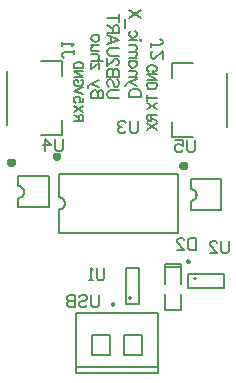
<source format=gto>
%FSTAX23Y23*%
%MOIN*%
%SFA1B1*%

%IPPOS*%
%ADD10C,0.015000*%
%ADD11C,0.008000*%
%ADD12C,0.010000*%
%ADD13C,0.007870*%
%ADD14C,0.007000*%
%ADD15C,0.005000*%
%LNusb2uart-1*%
%LPD*%
G54D10*
X0015Y00716D02*
D01*
X0015Y00716*
X0015Y00715*
X00151Y00715*
X00151Y00714*
X00151Y00714*
X00151Y00713*
X00151Y00713*
X00151Y00713*
X00152Y00712*
X00152Y00712*
X00152Y00712*
X00152Y00711*
X00153Y00711*
X00153Y00711*
X00153Y00711*
X00154Y0071*
X00154Y0071*
X00155Y0071*
X00155Y0071*
X00155Y0071*
X00156Y0071*
X00156Y0071*
X00157*
X00157Y0071*
X00158Y0071*
X00158Y0071*
X00158Y0071*
X00159Y0071*
X00159Y0071*
X00159Y00711*
X0016Y00711*
X0016Y00711*
X00161Y00711*
X00161Y00712*
X00161Y00712*
X00161Y00712*
X00162Y00713*
X00162Y00713*
X00162Y00713*
X00162Y00714*
X00162Y00714*
X00162Y00715*
X00162Y00715*
X00163Y00716*
X00163Y00716*
X00163Y00716*
X00162Y00717*
X00162Y00717*
X00162Y00718*
X00162Y00718*
X00162Y00718*
X00162Y00719*
X00162Y00719*
X00161Y0072*
X00161Y0072*
X00161Y0072*
X00161Y0072*
X0016Y00721*
X0016Y00721*
X00159Y00721*
X00159Y00721*
X00159Y00722*
X00158Y00722*
X00158Y00722*
X00158Y00722*
X00157Y00722*
X00157Y00722*
X00156*
X00156Y00722*
X00155Y00722*
X00155Y00722*
X00155Y00722*
X00154Y00722*
X00154Y00721*
X00153Y00721*
X00153Y00721*
X00153Y00721*
X00152Y0072*
X00152Y0072*
X00152Y0072*
X00152Y0072*
X00151Y00719*
X00151Y00719*
X00151Y00718*
X00151Y00718*
X00151Y00718*
X00151Y00717*
X0015Y00717*
X0015Y00716*
X0015Y00716*
X00725Y00706D02*
D01*
X00725Y00706*
X00725Y00705*
X00726Y00705*
X00726Y00704*
X00726Y00704*
X00726Y00703*
X00726Y00703*
X00726Y00703*
X00727Y00702*
X00727Y00702*
X00727Y00702*
X00727Y00701*
X00728Y00701*
X00728Y00701*
X00728Y00701*
X00729Y007*
X00729Y007*
X0073Y007*
X0073Y007*
X0073Y007*
X00731Y007*
X00731Y007*
X00732*
X00732Y007*
X00733Y007*
X00733Y007*
X00733Y007*
X00734Y007*
X00734Y007*
X00734Y00701*
X00735Y00701*
X00735Y00701*
X00736Y00701*
X00736Y00702*
X00736Y00702*
X00736Y00702*
X00737Y00703*
X00737Y00703*
X00737Y00703*
X00737Y00704*
X00737Y00704*
X00737Y00705*
X00737Y00705*
X00738Y00706*
X00738Y00706*
X00738Y00706*
X00737Y00707*
X00737Y00707*
X00737Y00708*
X00737Y00708*
X00737Y00708*
X00737Y00709*
X00737Y00709*
X00736Y0071*
X00736Y0071*
X00736Y0071*
X00736Y0071*
X00735Y00711*
X00735Y00711*
X00734Y00711*
X00734Y00711*
X00734Y00712*
X00733Y00712*
X00733Y00712*
X00733Y00712*
X00732Y00712*
X00732Y00712*
X00731*
X00731Y00712*
X0073Y00712*
X0073Y00712*
X0073Y00712*
X00729Y00712*
X00729Y00711*
X00728Y00711*
X00728Y00711*
X00728Y00711*
X00727Y0071*
X00727Y0071*
X00727Y0071*
X00727Y0071*
X00726Y00709*
X00726Y00709*
X00726Y00708*
X00726Y00708*
X00726Y00708*
X00726Y00707*
X00725Y00707*
X00725Y00706*
X00725Y00706*
X00303Y00737D02*
D01*
X00303Y00737*
X00303Y00736*
X00303Y00736*
X00303Y00736*
X00304Y00735*
X00304Y00735*
X00304Y00735*
X00304Y00734*
X00304Y00734*
X00304Y00734*
X00305Y00734*
X00305Y00733*
X00305Y00733*
X00305Y00733*
X00306Y00733*
X00306Y00732*
X00306Y00732*
X00307Y00732*
X00307Y00732*
X00307Y00732*
X00308Y00732*
X00308Y00732*
X00308*
X00309Y00732*
X00309Y00732*
X00309Y00732*
X0031Y00732*
X0031Y00732*
X0031Y00732*
X00311Y00733*
X00311Y00733*
X00311Y00733*
X00312Y00733*
X00312Y00734*
X00312Y00734*
X00312Y00734*
X00312Y00734*
X00313Y00735*
X00313Y00735*
X00313Y00735*
X00313Y00736*
X00313Y00736*
X00313Y00736*
X00313Y00737*
X00313Y00737*
X00313Y00737*
X00313Y00738*
X00313Y00738*
X00313Y00738*
X00313Y00739*
X00313Y00739*
X00313Y00739*
X00312Y0074*
X00312Y0074*
X00312Y0074*
X00312Y0074*
X00312Y00741*
X00311Y00741*
X00311Y00741*
X00311Y00741*
X0031Y00741*
X0031Y00742*
X0031Y00742*
X00309Y00742*
X00309Y00742*
X00309Y00742*
X00308Y00742*
X00308*
X00308Y00742*
X00307Y00742*
X00307Y00742*
X00307Y00742*
X00306Y00742*
X00306Y00741*
X00306Y00741*
X00305Y00741*
X00305Y00741*
X00305Y00741*
X00305Y0074*
X00304Y0074*
X00304Y0074*
X00304Y0074*
X00304Y00739*
X00304Y00739*
X00304Y00739*
X00303Y00738*
X00303Y00738*
X00303Y00738*
X00303Y00737*
X00303Y00737*
G54D11*
X00201Y00617D02*
D01*
X00201Y00619*
X00201Y0062*
X002Y00621*
X002Y00623*
X002Y00624*
X00199Y00625*
X00198Y00627*
X00198Y00628*
X00197Y00629*
X00196Y0063*
X00195Y00631*
X00194Y00632*
X00193Y00633*
X00192Y00634*
X00191Y00635*
X00189Y00635*
X00188Y00636*
X00187Y00636*
X00186Y00637*
X00184Y00637*
X00183Y00637*
X00181Y00637*
X00181Y00637*
Y00598D02*
D01*
X00182Y00598*
X00184Y00598*
X00185Y00598*
X00186Y00599*
X00188Y00599*
X00189Y006*
X0019Y006*
X00191Y00601*
X00192Y00602*
X00194Y00603*
X00195Y00603*
X00196Y00604*
X00196Y00606*
X00197Y00607*
X00198Y00608*
X00199Y00609*
X00199Y0061*
X002Y00612*
X002Y00613*
X002Y00614*
X00201Y00616*
X00201Y00617*
X00201Y00618*
X00776Y00607D02*
D01*
X00776Y00609*
X00776Y0061*
X00775Y00611*
X00775Y00613*
X00775Y00614*
X00774Y00615*
X00773Y00617*
X00773Y00618*
X00772Y00619*
X00771Y0062*
X0077Y00621*
X00769Y00622*
X00768Y00623*
X00767Y00624*
X00766Y00625*
X00764Y00625*
X00763Y00626*
X00762Y00626*
X00761Y00627*
X00759Y00627*
X00758Y00627*
X00756Y00627*
X00756Y00627*
Y00588D02*
D01*
X00757Y00588*
X00759Y00588*
X0076Y00588*
X00761Y00589*
X00763Y00589*
X00764Y0059*
X00765Y0059*
X00766Y00591*
X00767Y00592*
X00769Y00593*
X0077Y00593*
X00771Y00594*
X00771Y00596*
X00772Y00597*
X00773Y00598*
X00774Y00599*
X00774Y006*
X00775Y00602*
X00775Y00603*
X00775Y00604*
X00776Y00606*
X00776Y00607*
X00776Y00608*
X00317Y0056D02*
D01*
X00318Y0056*
X0032Y0056*
X00321Y0056*
X00322Y0056*
X00324Y00561*
X00325Y00561*
X00326Y00562*
X00327Y00563*
X00329Y00563*
X0033Y00564*
X00331Y00565*
X00332Y00566*
X00333Y00567*
X00333Y00568*
X00334Y0057*
X00335Y00571*
X00335Y00572*
X00336Y00573*
X00336Y00575*
X00337Y00576*
X00337Y00577*
X00337Y00579*
Y0058*
X00337Y00582*
X00337Y00583*
X00336Y00584*
X00336Y00586*
X00335Y00587*
X00335Y00588*
X00334Y0059*
X00333Y00591*
X00333Y00592*
X00332Y00593*
X00331Y00594*
X0033Y00595*
X00329Y00596*
X00327Y00596*
X00326Y00597*
X00325Y00598*
X00324Y00598*
X00322Y00599*
X00321Y00599*
X0032Y00599*
X00318Y00599*
X00317Y006*
X00181Y00638D02*
Y00671D01*
Y00568D02*
Y00598D01*
X00756Y00628D02*
Y00661D01*
Y00558D02*
Y00588D01*
X00317Y0048D02*
Y0056D01*
Y006D02*
Y00678D01*
X00714Y0048D02*
X00317D01*
X00714D02*
Y00678D01*
X00317*
X00669Y00366D02*
Y00376D01*
X00725D02*
X00669D01*
X00725Y00366D02*
Y00376D01*
X00669Y00312D02*
Y00365D01*
X00723Y00366D02*
X00669D01*
X00725Y00312D02*
Y00366D01*
X00669Y00224D02*
Y00278D01*
X00671Y00224D02*
X00669D01*
X00725D02*
X00671D01*
X00725D02*
Y00225D01*
Y00278*
G54D12*
X00743Y00387D02*
D01*
X00743Y00386*
X00743Y00386*
X00743Y00386*
X00743Y00386*
X00743Y00385*
X00743Y00385*
X00743Y00385*
X00743Y00385*
X00743Y00385*
X00744Y00385*
X00744Y00384*
X00744Y00384*
X00744Y00384*
X00744Y00384*
X00744Y00384*
X00745Y00384*
X00745Y00384*
X00745Y00384*
X00745Y00384*
X00745Y00384*
X00746Y00384*
X00746Y00384*
X00746*
X00746Y00384*
X00746Y00384*
X00747Y00384*
X00747Y00384*
X00747Y00384*
X00747Y00384*
X00747Y00384*
X00748Y00384*
X00748Y00384*
X00748Y00384*
X00748Y00384*
X00748Y00385*
X00748Y00385*
X00748Y00385*
X00749Y00385*
X00749Y00385*
X00749Y00385*
X00749Y00386*
X00749Y00386*
X00749Y00386*
X00749Y00386*
X00749Y00387*
X00749Y00387*
X00749Y00387*
X00749Y00387*
X00749Y00387*
X00749Y00388*
X00749Y00388*
X00749Y00388*
X00748Y00388*
X00748Y00388*
X00748Y00388*
X00748Y00389*
X00748Y00389*
X00748Y00389*
X00748Y00389*
X00747Y00389*
X00747Y00389*
X00747Y00389*
X00747Y00389*
X00747Y00389*
X00746Y00389*
X00746Y00389*
X00746Y00389*
X00746*
X00746Y00389*
X00745Y00389*
X00745Y00389*
X00745Y00389*
X00745Y00389*
X00745Y00389*
X00744Y00389*
X00744Y00389*
X00744Y00389*
X00744Y00389*
X00744Y00389*
X00744Y00388*
X00743Y00388*
X00743Y00388*
X00743Y00388*
X00743Y00388*
X00743Y00388*
X00743Y00387*
X00743Y00387*
X00743Y00387*
X00743Y00387*
X00743Y00387*
X00767Y00331D02*
D01*
X00767Y0033*
X00767Y0033*
X00767Y0033*
X00767Y0033*
X00767Y0033*
X00767Y0033*
X00767Y0033*
X00767Y0033*
X00767Y0033*
X00767Y0033*
X00767Y0033*
X00767Y0033*
X00767Y0033*
X00767Y0033*
X00767Y0033*
X00767Y0033*
X00767Y0033*
X00767Y0033*
X00767Y0033*
X00767Y0033*
X00767Y0033*
X00767Y0033*
X00768*
X00768Y0033*
X00768Y0033*
X00768Y0033*
X00768Y0033*
X00768Y0033*
X00768Y0033*
X00768Y0033*
X00768Y0033*
X00768Y0033*
X00768Y0033*
X00768Y0033*
X00768Y0033*
X00768Y0033*
X00768Y0033*
X00768Y0033*
X00768Y0033*
X00768Y0033*
X00768Y0033*
X00768Y0033*
X00768Y0033*
X00768Y0033*
X00769Y00331*
X00768Y00331*
X00768Y00331*
X00768Y00331*
X00768Y00331*
X00768Y00331*
X00768Y00331*
X00768Y00331*
X00768Y00331*
X00768Y00331*
X00768Y00331*
X00768Y00331*
X00768Y00331*
X00768Y00331*
X00768Y00331*
X00768Y00331*
X00768Y00331*
X00768Y00331*
X00768Y00331*
X00768Y00331*
X00768Y00331*
X00768Y00331*
X00768Y00331*
X00767*
X00767Y00331*
X00767Y00331*
X00767Y00331*
X00767Y00331*
X00767Y00331*
X00767Y00331*
X00767Y00331*
X00767Y00331*
X00767Y00331*
X00767Y00331*
X00767Y00331*
X00767Y00331*
X00767Y00331*
X00767Y00331*
X00767Y00331*
X00767Y00331*
X00767Y00331*
X00767Y00331*
X00767Y00331*
X00767Y00331*
X00767Y00331*
X00767Y00331*
X0055Y00265D02*
D01*
X0055Y00265*
X0055Y00265*
X0055Y00265*
X0055Y00265*
X0055Y00265*
X0055Y00265*
X0055Y00265*
X0055Y00265*
X0055Y00265*
X0055Y00264*
X0055Y00264*
X0055Y00264*
X0055Y00264*
X0055Y00264*
X0055Y00264*
X0055Y00264*
X00551Y00264*
X00551Y00264*
X00551Y00264*
X00551Y00264*
X00551Y00264*
X00551Y00264*
X00551*
X00551Y00264*
X00551Y00264*
X00551Y00264*
X00551Y00264*
X00551Y00264*
X00551Y00264*
X00551Y00264*
X00551Y00264*
X00552Y00264*
X00552Y00264*
X00552Y00264*
X00552Y00264*
X00552Y00265*
X00552Y00265*
X00552Y00265*
X00552Y00265*
X00552Y00265*
X00552Y00265*
X00552Y00265*
X00552Y00265*
X00552Y00265*
X00552Y00265*
X00552Y00265*
X00552Y00265*
X00552Y00265*
X00552Y00265*
X00552Y00265*
X00552Y00266*
X00552Y00266*
X00552Y00266*
X00552Y00266*
X00552Y00266*
X00552Y00266*
X00552Y00266*
X00552Y00266*
X00551Y00266*
X00551Y00266*
X00551Y00266*
X00551Y00266*
X00551Y00266*
X00551Y00266*
X00551Y00266*
X00551Y00266*
X00551Y00266*
X00551*
X00551Y00266*
X00551Y00266*
X00551Y00266*
X00551Y00266*
X00551Y00266*
X0055Y00266*
X0055Y00266*
X0055Y00266*
X0055Y00266*
X0055Y00266*
X0055Y00266*
X0055Y00266*
X0055Y00266*
X0055Y00266*
X0055Y00266*
X0055Y00266*
X0055Y00265*
X0055Y00265*
X0055Y00265*
X0055Y00265*
X0055Y00265*
X0055Y00265*
X00492Y00244D02*
D01*
X00492Y00243*
X00492Y00243*
X00492Y00243*
X00492Y00243*
X00492Y00242*
X00492Y00242*
X00492Y00242*
X00492Y00242*
X00492Y00242*
X00493Y00242*
X00493Y00241*
X00493Y00241*
X00493Y00241*
X00493Y00241*
X00493Y00241*
X00494Y00241*
X00494Y00241*
X00494Y00241*
X00494Y00241*
X00494Y00241*
X00495Y00241*
X00495Y00241*
X00495*
X00495Y00241*
X00495Y00241*
X00496Y00241*
X00496Y00241*
X00496Y00241*
X00496Y00241*
X00496Y00241*
X00497Y00241*
X00497Y00241*
X00497Y00241*
X00497Y00241*
X00497Y00242*
X00497Y00242*
X00497Y00242*
X00498Y00242*
X00498Y00242*
X00498Y00242*
X00498Y00243*
X00498Y00243*
X00498Y00243*
X00498Y00243*
X00498Y00244*
X00498Y00244*
X00498Y00244*
X00498Y00244*
X00498Y00244*
X00498Y00245*
X00498Y00245*
X00498Y00245*
X00497Y00245*
X00497Y00245*
X00497Y00245*
X00497Y00246*
X00497Y00246*
X00497Y00246*
X00497Y00246*
X00496Y00246*
X00496Y00246*
X00496Y00246*
X00496Y00246*
X00496Y00246*
X00495Y00246*
X00495Y00246*
X00495Y00246*
X00495*
X00495Y00246*
X00494Y00246*
X00494Y00246*
X00494Y00246*
X00494Y00246*
X00494Y00246*
X00493Y00246*
X00493Y00246*
X00493Y00246*
X00493Y00246*
X00493Y00246*
X00493Y00245*
X00492Y00245*
X00492Y00245*
X00492Y00245*
X00492Y00245*
X00492Y00245*
X00492Y00244*
X00492Y00244*
X00492Y00244*
X00492Y00244*
X00492Y00244*
G54D13*
X00283Y00671D02*
X00181D01*
X00283Y00568D02*
X00181D01*
X00283D02*
Y00671D01*
X00143Y00839D02*
Y0102D01*
X00326Y01003D02*
Y01053D01*
X00257*
X00326Y00806D02*
X00257D01*
X00326D02*
Y00856D01*
X00876Y00834D02*
Y01015D01*
X00693Y00801D02*
Y00851D01*
X00762Y00801D02*
X00693D01*
X00762Y01048D02*
X00693D01*
Y00998D02*
Y01048D01*
X00858Y00661D02*
X00756D01*
X00858Y00558D02*
X00756D01*
X00858D02*
Y00661D01*
X00593Y00075D02*
Y0014D01*
Y00075D02*
X00533D01*
Y0014*
X00593D02*
X00533D01*
X00648Y00213D02*
X00373D01*
Y00015D02*
Y00213D01*
X00648Y00015D02*
X00373D01*
X00648D02*
Y00213D01*
Y00035D02*
X00373D01*
X00488Y0014D02*
X00428D01*
X00488Y00075D02*
Y0014D01*
Y00075D02*
X00428D01*
Y0014*
X00449Y00274D02*
Y00241D01*
X00443Y00235*
X0043*
X00423Y00241*
Y00274*
X00384Y00268D02*
X0039Y00274D01*
X00403*
X0041Y00268*
Y00261*
X00403Y00255*
X0039*
X00384Y00248*
Y00241*
X0039Y00235*
X00403*
X0041Y00241*
X00371Y00274D02*
Y00235D01*
X00351*
X00344Y00241*
Y00248*
X00351Y00255*
X00371*
X00351*
X00344Y00261*
Y00268*
X00351Y00274*
X00371*
X0077Y00789D02*
Y00756D01*
X00763Y0075*
X0075*
X00743Y00756*
Y00789*
X00704D02*
X0073D01*
Y0077*
X00717Y00776*
X00711*
X00704Y0077*
Y00756*
X00711Y0075*
X00724*
X0073Y00756*
X0033Y00794D02*
Y00761D01*
X00323Y00755*
X0031*
X00303Y00761*
Y00794*
X00271Y00755D02*
Y00794D01*
X0029Y00775*
X00264*
X0058Y00854D02*
Y00821D01*
X00573Y00815*
X0056*
X00553Y00821*
Y00854*
X0054Y00848D02*
X00534Y00854D01*
X00521*
X00514Y00848*
Y00841*
X00521Y00835*
X00527*
X00521*
X00514Y00828*
Y00821*
X00521Y00815*
X00534*
X0054Y00821*
X00885Y00454D02*
Y00421D01*
X00878Y00415*
X00865*
X00858Y00421*
Y00454*
X00819Y00415D02*
X00845D01*
X00819Y00441*
Y00448*
X00826Y00454*
X00839*
X00845Y00448*
X00468Y00364D02*
Y00331D01*
X00462Y00325*
X00448*
X00442Y00331*
Y00364*
X00429Y00325D02*
X00416D01*
X00422*
Y00364*
X00429Y00358*
X00622Y01101D02*
Y01114D01*
Y01108*
X00655*
X00662Y01114*
Y01121*
X00655Y01127*
X00662Y01062D02*
Y01088D01*
X00635Y01062*
X00629*
X00622Y01068*
Y01081*
X00629Y01088*
X00367Y0109D02*
Y01076D01*
Y01083*
X00334*
X00327Y01076*
Y0107*
X00334Y01063*
X00327Y01103D02*
Y01116D01*
Y01109*
X00367*
X0036Y01103*
X00775Y00464D02*
Y00425D01*
X00755*
X00748Y00431*
Y00458*
X00755Y00464*
X00775*
X00709Y00425D02*
X00735D01*
X00709Y00451*
Y00458*
X00716Y00464*
X00729*
X00735Y00458*
G54D14*
X00748Y00298D02*
Y00343D01*
X00866Y00298D02*
Y00343D01*
Y00298D02*
X00748D01*
X00866Y00343D02*
X00748D01*
X00539Y00245D02*
Y00364D01*
X00584Y00245D02*
Y00364D01*
X00539*
X00584Y00245D02*
X00539D01*
G54D15*
X00618Y01017D02*
X00615Y01019D01*
X00612Y01022*
X0061Y01025*
Y01031*
X00612Y01034*
X00615Y01037*
X00618Y01038*
X00622Y0104*
X0063*
X00634Y01038*
X00637Y01037*
X0064Y01034*
X00642Y01031*
Y01025*
X0064Y01022*
X00637Y01019*
X00634Y01017*
X0063*
Y01025D02*
Y01017D01*
X0061Y0101D02*
X00642D01*
X0061D02*
X00642Y00989D01*
X0061D02*
X00642D01*
X0061Y0098D02*
X00642D01*
X0061D02*
Y0097D01*
X00612Y00965*
X00615Y00962*
X00618Y00961*
X00622Y00959*
X0063*
X00634Y00961*
X00637Y00962*
X0064Y00965*
X00642Y0097*
Y0098*
X00589Y00935D02*
X0055D01*
X00589D02*
Y00948D01*
X00588Y00953*
X00584Y00957*
X0058Y00959*
X00574Y00961*
X00565*
X00559Y00959*
X00556Y00957*
X00552Y00953*
X0055Y00948*
Y00935*
X00576Y00971D02*
X0055Y00983D01*
X00576Y00994D02*
X0055Y00983D01*
X00543Y00979*
X00539Y00975*
X00537Y00971*
Y0097*
X00576Y01D02*
X0055D01*
X00569D02*
X00574Y01006D01*
X00576Y0101*
Y01015*
X00574Y01019*
X00569Y01021*
X0055*
X00576Y01054D02*
X0055D01*
X00571D02*
X00574Y0105D01*
X00576Y01046*
Y01041*
X00574Y01037*
X00571Y01033*
X00565Y01031*
X00561*
X00556Y01033*
X00552Y01037*
X0055Y01041*
Y01046*
X00552Y0105*
X00556Y01054*
X00576Y01064D02*
X0055D01*
X00569D02*
X00574Y0107D01*
X00576Y01074*
Y01079*
X00574Y01083*
X00569Y01085*
X0055*
X00569D02*
X00574Y01091D01*
X00576Y01094*
Y011*
X00574Y01104*
X00569Y01106*
X0055*
X00589Y01122D02*
X00588Y01124D01*
X00589Y01126*
X00591Y01124*
X00589Y01122*
X00576Y01124D02*
X0055D01*
X00571Y01155D02*
X00574Y01151D01*
X00576Y01147*
Y01142*
X00574Y01138*
X00571Y01134*
X00565Y01132*
X00561*
X00556Y01134*
X00552Y01138*
X0055Y01142*
Y01147*
X00552Y01151*
X00556Y01155*
X00537Y01163D02*
Y01193D01*
X00589Y01198D02*
X0055Y01225D01*
X00589D02*
X0055Y01198D01*
X00398Y00932D02*
Y00918D01*
X00385Y00916*
X00386Y00918*
X00388Y00922*
Y00927*
X00386Y00931*
X00383Y00934*
X00379Y00935*
X00376*
X00371Y00934*
X00368Y00931*
X00367Y00927*
Y00922*
X00368Y00918*
X0037Y00916*
X00373Y00915*
X00398Y00943D02*
X00367Y00955D01*
X00398Y00967D02*
X00367Y00955D01*
X00516Y0093D02*
X00488D01*
X00483Y00931*
X00479Y00935*
X00477Y00941*
Y00944*
X00479Y0095*
X00483Y00954*
X00488Y00956*
X00516*
X00511Y00993D02*
X00514Y00989D01*
X00516Y00983*
Y00976*
X00514Y0097*
X00511Y00967*
X00507*
X00503Y00968*
X00501Y0097*
X00499Y00974*
X00496Y00985*
X00494Y00989*
X00492Y00991*
X00488Y00993*
X00483*
X00479Y00989*
X00477Y00983*
Y00976*
X00479Y0097*
X00483Y00967*
X00516Y01002D02*
X00477D01*
X00516D02*
Y01019D01*
X00514Y01024*
X00513Y01026*
X00509Y01028*
X00505*
X00501Y01026*
X00499Y01024*
X00498Y01019*
Y01002D02*
Y01019D01*
X00496Y01024*
X00494Y01026*
X0049Y01028*
X00484*
X00481Y01026*
X00479Y01024*
X00477Y01019*
Y01002*
X00507Y01039D02*
X00509D01*
X00513Y0104*
X00514Y01042*
X00516Y01046*
Y01054*
X00514Y01057*
X00513Y01059*
X00509Y01061*
X00505*
X00501Y01059*
X00496Y01055*
X00477Y01037*
Y01063*
X00516Y01072D02*
X00488D01*
X00483Y01074*
X00479Y01077*
X00477Y01083*
Y01087*
X00479Y01092*
X00483Y01096*
X00488Y01098*
X00516*
X00477Y01139D02*
X00516Y01124D01*
X00477Y01109*
X0049Y01115D02*
Y01133D01*
X00516Y01148D02*
X00477D01*
X00516D02*
Y01165D01*
X00514Y01171*
X00513Y01172*
X00509Y01174*
X00505*
X00501Y01172*
X00499Y01171*
X00498Y01165*
Y01148*
Y01161D02*
X00477Y01174D01*
X00516Y01196D02*
X00477D01*
X00516Y01183D02*
Y01209D01*
X0061Y00929D02*
X00642D01*
X0061Y0094D02*
Y00919D01*
Y00915D02*
X00642Y00894D01*
X0061D02*
X00642Y00915D01*
X00391Y00992D02*
X00394Y0099D01*
X00397Y00987*
X00398Y00985*
Y00979*
X00397Y00976*
X00394Y00973*
X00391Y00971*
X00386Y0097*
X00379*
X00374Y00971*
X00371Y00973*
X00368Y00976*
X00367Y00979*
Y00985*
X00368Y00987*
X00371Y0099*
X00374Y00992*
X00379*
Y00985D02*
Y00992D01*
X00398Y00999D02*
X00367D01*
X00398D02*
X00367Y0102D01*
X00398D02*
X00367D01*
X00398Y01029D02*
X00367D01*
X00398D02*
Y01039D01*
X00397Y01044*
X00394Y01047*
X00391Y01048*
X00386Y0105*
X00379*
X00374Y01048*
X00371Y01047*
X00368Y01044*
X00367Y01039*
Y01029*
X0061Y00875D02*
X00642D01*
X0061D02*
Y00861D01*
X00612Y00857*
X00613Y00855*
X00616Y00854*
X00619*
X00622Y00855*
X00624Y00857*
X00625Y00861*
Y00875*
Y00864D02*
X00642Y00854D01*
X0061Y00846D02*
X00642Y00825D01*
X0061D02*
X00642Y00846D01*
X00398Y00855D02*
X00367D01*
X00398D02*
Y00868D01*
X00397Y00872*
X00395Y00874*
X00392Y00875*
X00389*
X00386Y00874*
X00385Y00872*
X00383Y00868*
Y00855*
Y00865D02*
X00367Y00875D01*
X00398Y00883D02*
X00367Y00904D01*
X00398D02*
X00367Y00883D01*
X00464Y0093D02*
X00425D01*
X00464D02*
Y00946D01*
X00463Y00952*
X00461Y00954*
X00457Y00956*
X00453*
X00449Y00954*
X00448Y00952*
X00446Y00946*
Y0093D02*
Y00946D01*
X00444Y00952*
X00442Y00954*
X00438Y00956*
X00433*
X00429Y00954*
X00427Y00952*
X00425Y00946*
Y0093*
X00451Y00966D02*
X00425Y00978D01*
X00451Y00989D02*
X00425Y00978D01*
X00418Y00974*
X00414Y0097*
X00412Y00966*
Y00965*
X00451Y01047D02*
X00425Y01026D01*
X00451D02*
Y01047D01*
X00425Y01026D02*
Y01047D01*
X00464Y01055D02*
X00425D01*
X00444D02*
X00449Y01061D01*
X00451Y01065*
Y0107*
X00449Y01074*
X00444Y01076*
X00425*
X00451Y01086D02*
X00433D01*
X00427Y01088*
X00425Y01092*
Y01097*
X00427Y01101*
X00433Y01107*
X00451D02*
X00425D01*
X00451Y01127D02*
X00449Y01123D01*
X00446Y01119*
X0044Y01117*
X00436*
X00431Y01119*
X00427Y01123*
X00425Y01127*
Y01132*
X00427Y01136*
X00431Y0114*
X00436Y01141*
X0044*
X00446Y0114*
X00449Y01136*
X00451Y01132*
Y01127*
M02*
</source>
